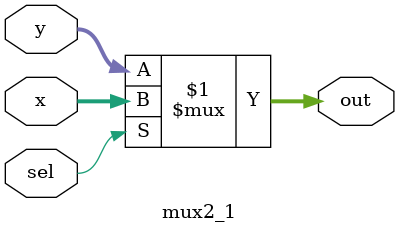
<source format=v>
module mux2_1 #(
	parameter WIDTH = 8
)(
	input [WIDTH-1:0] x,
	input [WIDTH-1:0] y,
	input sel,
	output [WIDTH-1:0] out
);

assign out = sel ? x : y;

endmodule

</source>
